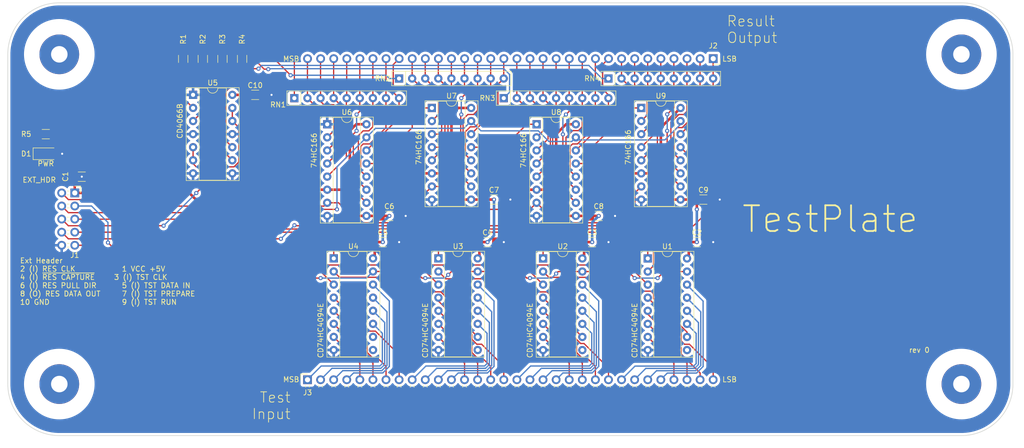
<source format=kicad_pcb>
(kicad_pcb (version 20211014) (generator pcbnew)
  (layers (0 "F.Cu" signal) (31 "B.Cu" power) (34 "B.Paste" user) (35 "F.Paste" user) (36 "B.SilkS" user "B.Silkscreen") (37 "F.SilkS" user "F.Silkscreen") (38 "B.Mask" user) (39 "F.Mask" user) (44 "Edge.Cuts" user))
  (net 0 "")
  (net 1 "VCC")
  (net 2 "GND")
  (net 3 "Net-(D1-Pad1)")
  (net 4 "/RESULT_CLOCK")
  (net 5 "/TEST_CLOCK")
  (net 6 "/~{RESULT_CAPTURE}")
  (net 7 "/TEST_IN")
  (net 8 "/RESULT_PULLDOWN")
  (net 9 "/TEST_PREPARE")
  (net 10 "/RESULT_OUT")
  (net 11 "/TEST_RUN")
  (net 12 "/Test Result Capture/RES0")
  (net 13 "/Test Result Capture/RES1")
  (net 14 "/Test Result Capture/RES2")
  (net 15 "/Test Result Capture/RES3")
  (net 16 "/Test Result Capture/RES4")
  (net 17 "/Test Result Capture/RES5")
  (net 18 "/Test Result Capture/RES6")
  (net 19 "/Test Result Capture/RES7")
  (net 20 "/Test Result Capture/RES8")
  (net 21 "/Test Result Capture/RES9")
  (net 22 "/Test Result Capture/RES10")
  (net 23 "/Test Result Capture/RES11")
  (net 24 "/Test Result Capture/RES12")
  (net 25 "/Test Result Capture/RES13")
  (net 26 "/Test Result Capture/RES14")
  (net 27 "/Test Result Capture/RES15")
  (net 28 "/Test Result Capture/RES16")
  (net 29 "/Test Result Capture/RES17")
  (net 30 "/Test Result Capture/RES18")
  (net 31 "/Test Result Capture/RES19")
  (net 32 "/Test Result Capture/RES20")
  (net 33 "/Test Result Capture/RES21")
  (net 34 "/Test Result Capture/RES22")
  (net 35 "/Test Result Capture/RES23")
  (net 36 "/Test Result Capture/RES24")
  (net 37 "/Test Result Capture/RES25")
  (net 38 "/Test Result Capture/RES26")
  (net 39 "/Test Result Capture/RES27")
  (net 40 "/Test Result Capture/RES28")
  (net 41 "/Test Result Capture/RES29")
  (net 42 "/Test Result Capture/RES30")
  (net 43 "/Test Result Capture/RES31")
  (net 44 "/Test Input/TST0")
  (net 45 "/Test Input/TST1")
  (net 46 "/Test Input/TST2")
  (net 47 "/Test Input/TST3")
  (net 48 "/Test Input/TST4")
  (net 49 "/Test Input/TST5")
  (net 50 "/Test Input/TST6")
  (net 51 "/Test Input/TST7")
  (net 52 "/Test Input/TST8")
  (net 53 "/Test Input/TST9")
  (net 54 "/Test Input/TST10")
  (net 55 "/Test Input/TST11")
  (net 56 "/Test Input/TST12")
  (net 57 "/Test Input/TST13")
  (net 58 "/Test Input/TST14")
  (net 59 "/Test Input/TST15")
  (net 60 "/Test Input/TST16")
  (net 61 "/Test Input/TST17")
  (net 62 "/Test Input/TST18")
  (net 63 "/Test Input/TST19")
  (net 64 "/Test Input/TST20")
  (net 65 "/Test Input/TST21")
  (net 66 "/Test Input/TST22")
  (net 67 "/Test Input/TST23")
  (net 68 "/Test Input/TST24")
  (net 69 "/Test Input/TST25")
  (net 70 "/Test Input/TST26")
  (net 71 "/Test Input/TST27")
  (net 72 "/Test Input/TST28")
  (net 73 "/Test Input/TST29")
  (net 74 "/Test Input/TST30")
  (net 75 "/Test Input/TST31")
  (net 76 "Net-(R1-Pad2)")
  (net 77 "Net-(R2-Pad2)")
  (net 78 "Net-(R3-Pad2)")
  (net 79 "Net-(R4-Pad2)")
  (net 85 "Net-(U6-Pad13)")
  (net 86 "Net-(U7-Pad13)")
  (net 87 "Net-(U8-Pad13)")
  (net 88 "/Test Input/TST_U1_OUT")
  (net 89 "/Test Input/TST_U2_OUT")
  (net 90 "/Test Input/TST_U3_OUT")
  (footprint "Connector_PinSocket_2.54mm:PinSocket_1x32_P2.54mm_Horizontal" (layer "F.Cu") (at 110.485 117.52 90)
    (fp_text reference "J3")
    (fp_text value "Test Input")
  )
  (footprint "Package_DIP:DIP-16_W7.62mm_Socket" (layer "F.Cu") (at 154.95 67.935)
    (fp_text reference "U8")
    (fp_text value "74HC166")
  )
  (footprint "Package_DIP:DIP-16_W7.62mm_Socket" (layer "F.Cu") (at 115.58 93.97)
    (fp_text reference "U4")
    (fp_text value "CD74HC4094E")
  )
  (footprint "Capacitor_SMD:C_1206_3216Metric_Pad1.33x1.80mm_HandSolder" (layer "F.Cu") (at 93.98 55.245 -90)
    (fp_text reference "R3")
    (fp_text value "100")
  )
  (footprint "Capacitor_SMD:C_1206_3216Metric_Pad1.33x1.80mm_HandSolder" (layer "F.Cu") (at 187.325 82.55)
    (fp_text reference "C9")
    (fp_text value "100n")
  )
  (footprint "Capacitor_SMD:C_1206_3216Metric_Pad1.33x1.80mm_HandSolder" (layer "F.Cu") (at 186.055 90.805)
    (fp_text reference "C2")
    (fp_text value "100n")
  )
  (footprint "Resistor_SMD:R_1206_3216Metric_Pad1.30x1.75mm_HandSolder" (layer "F.Cu") (at 59.69 69.85)
    (fp_text reference "R5")
    (fp_text value "300")
  )
  (footprint "Resistor_THT:R_Array_SIP9" (layer "F.Cu") (at 107.935 62.865)
    (fp_text reference "RN1")
    (fp_text value "4k7")
  )
  (footprint "Package_DIP:DIP-16_W7.62mm_Socket" (layer "F.Cu") (at 114.31 67.935)
    (fp_text reference "U6")
    (fp_text value "74HC166")
  )
  (footprint "Package_DIP:DIP-16_W7.62mm_Socket" (layer "F.Cu") (at 134.63 64.77)
    (fp_text reference "U7")
    (fp_text value "74HC166")
  )
  (footprint "Package_DIP:DIP-16_W7.62mm_Socket" (layer "F.Cu") (at 175.27 64.77)
    (fp_text reference "U9")
    (fp_text value "74HC166")
  )
  (footprint "Resistor_THT:R_Array_SIP9" (layer "F.Cu") (at 148.575 62.865)
    (fp_text reference "RN3")
    (fp_text value "4k7")
  )
  (footprint "CustomFootprintLibrary:Breadboard_Busx02_Terminalx01_Tiesx830_WithMounts" (layer "F.Cu") (at 149.86 86.36)
    (fp_text reference "BRD1" hide)
    (fp_text value "Breadboard")
    (fp_poly (pts (arc (start 87.55 42) (mid 94.621068 39.071068) (end 97.55 32)) (arc (start 97.55 -32) (mid 94.621068 -39.071068) (end 87.55 -42)) (arc (start -87.55 -42) (mid -94.621068 -39.071068) (end -97.55 -32)) (arc (start -97.55 32) (mid -94.621068 39.071068) (end -87.55 42))) (layer "Edge.Cuts") (width 0.12) (fill none))
  )
  (footprint "Capacitor_SMD:C_1206_3216Metric_Pad1.33x1.80mm_HandSolder" (layer "F.Cu") (at 97.79 55.245 -90)
    (fp_text reference "R4")
    (fp_text value "100")
  )
  (footprint "Package_DIP:DIP-16_W7.62mm_Socket" (layer "F.Cu") (at 176.53 93.98)
    (fp_text reference "U1")
    (fp_text value "CD74HC4094E")
  )
  (footprint "Capacitor_SMD:C_1206_3216Metric_Pad1.33x1.80mm_HandSolder" (layer "F.Cu") (at 90.17 55.245 -90)
    (fp_text reference "R2")
    (fp_text value "100")
  )
  (footprint "LED_SMD:LED_1206_3216Metric_Pad1.42x1.75mm_HandSolder" (layer "F.Cu") (at 59.69 73.66)
    (fp_text reference "D1")
    (fp_text value "PWR")
  )
  (footprint "Capacitor_SMD:C_1206_3216Metric_Pad1.33x1.80mm_HandSolder" (layer "F.Cu") (at 167.005 85.725)
    (fp_text reference "C8")
    (fp_text value "100n")
  )
  (footprint "Package_DIP:DIP-16_W7.62mm_Socket" (layer "F.Cu") (at 135.9 93.97)
    (fp_text reference "U3")
    (fp_text value "CD74HC4094E")
  )
  (footprint "Capacitor_SMD:C_1206_3216Metric_Pad1.33x1.80mm_HandSolder" (layer "F.Cu") (at 145.415 90.805)
    (fp_text reference "C4")
    (fp_text value "100n")
  )
  (footprint "Capacitor_SMD:C_1206_3216Metric_Pad1.33x1.80mm_HandSolder" (layer "F.Cu") (at 86.36 55.245 -90)
    (fp_text reference "R1")
    (fp_text value "100")
  )
  (footprint "Capacitor_SMD:C_1206_3216Metric_Pad1.33x1.80mm_HandSolder" (layer "F.Cu") (at 126.365 85.725)
    (fp_text reference "C6")
    (fp_text value "100n")
  )
  (footprint "Capacitor_SMD:C_1206_3216Metric_Pad1.33x1.80mm_HandSolder" (layer "F.Cu") (at 125.095 90.805)
    (fp_text reference "C5")
    (fp_text value "100n")
  )
  (footprint "Capacitor_SMD:C_1206_3216Metric_Pad1.33x1.80mm_HandSolder" (layer "F.Cu") (at 165.735 90.805)
    (fp_text reference "C3")
    (fp_text value "100n")
  )
  (footprint "Resistor_THT:R_Array_SIP9" (layer "F.Cu") (at 168.895 59.055)
    (fp_text reference "RN4")
    (fp_text value "4k7")
  )
  (footprint "Package_DIP:DIP-16_W7.62mm_Socket" (layer "F.Cu") (at 156.21 93.98)
    (fp_text reference "U2")
    (fp_text value "CD74HC4094E")
  )
  (footprint "Capacitor_SMD:C_1206_3216Metric_Pad1.33x1.80mm_HandSolder" (layer "F.Cu") (at 100.33 62.23)
    (fp_text reference "C10")
    (fp_text value "100n")
  )
  (footprint "Capacitor_SMD:C_1206_3216Metric_Pad1.33x1.80mm_HandSolder" (layer "F.Cu") (at 146.685 82.55)
    (fp_text reference "C7")
    (fp_text value "100n")
  )
  (footprint "Connector_PinSocket_2.54mm:PinSocket_1x32_P2.54mm_Horizontal" (layer "F.Cu") (at 189.235 55.2 -90)
    (fp_text reference "J2")
    (fp_text value "Test Result Capture")
  )
  (footprint "Capacitor_SMD:C_1206_3216Metric_Pad1.33x1.80mm_HandSolder" (layer "F.Cu") (at 66.675 78.105)
    (fp_text reference "C1")
    (fp_text value "1p")
  )
  (footprint "Resistor_THT:R_Array_SIP9" (layer "F.Cu") (at 128.255 59.055)
    (fp_text reference "RN2")
    (fp_text value "4k7")
  )
  (footprint "Package_DIP:DIP-14_W7.62mm_Socket" (layer "F.Cu") (at 88.275 62.225)
    (fp_text reference "U5")
    (fp_text value "CD4066B")
  )
  (footprint "Connector_PinSocket_2.54mm:PinSocket_2x05_P2.54mm_Horizontal" (layer "F.Cu") (at 65.315 81.26)
    (fp_text reference "J1")
    (fp_text value "EXT_HDR")
  )
  (gr_text "rev 0" (at 229.235 111.76) (layer "F.SilkS") (effects (font (size 1 1))))
  (gr_text "MSB\n" (at 107.315 117.475) (layer "F.SilkS") (effects (font (size 1 1))))
  (gr_text "Result\nOutput" (at 191.77 49.53) (layer "F.SilkS") (effects (font (size 2 2)) (justify left)))
  (gr_text "LSB\n" (at 192.405 117.475) (layer "F.SilkS") (effects (font (size 1 1))))
  (gr_text "Ext Header\n2 (I) RES CLK		1 VCC +5V\n4 (I) ~{RES CAPTURE}	3 (I) TST CLK\n6 (I) RES PULL DIR	5 (I) TST DATA IN\n8 (O) RES DATA OUT	7 (I) TST PREPARE\n10 GND				9 (I) TST RUN\n" (at 54.61 98.425) (layer "F.SilkS") (effects (font (size 1 1)) (justify left)))
  (gr_text "MSB\n" (at 107.315 55.245) (layer "F.SilkS") (effects (font (size 1 1))))
  (gr_text "LSB\n" (at 192.405 55.245) (layer "F.SilkS") (effects (font (size 1 1))))
  (gr_text "TestPlate" (at 194.564 86.36) (layer "F.SilkS") (effects (font (size 5 5) (thickness 0.35)) (justify left)))
  (gr_text "Test\nInput" (at 107.315 122.555) (layer "F.SilkS") (effects (font (size 2 2)) (justify right)))
  (segment (start 119.951497 67.935) (end 118.705 69.181497) (width 0.5) (layer "F.Cu") (net 1))
  (segment (start 164.1725 93.6375) (end 163.83 93.98) (width 0.5) (layer "F.Cu") (net 1))
  (segment (start 138.43 79.375) (end 138.43 81.28) (width 0.5) (layer "F.Cu") (net 1))
  (segment (start 145.1225 82.55) (end 142.25 82.55) (width 0.5) (layer "F.Cu") (net 1))
  (segment (start 121.93 67.935) (end 119.951497 67.935) (width 0.5) (layer "F.Cu") (net 1))
  (segment (start 175.27 77.47) (end 176.53 77.47) (width 0.5) (layer "F.Cu") (net 1))
  (segment (start 146.685 82.55) (end 145.1225 82.55) (width 0.5) (layer "F.Cu") (net 1))
  (segment (start 146.06 80.635) (end 145.1225 81.5725) (width 0.5) (layer "F.Cu") (net 1))
  (segment (start 184.4925 93.6375) (end 184.15 93.98) (width 0.5) (layer "F.Cu") (net 1))
  (segment (start 118.705 69.181497) (end 118.705 81.955) (width 0.5) (layer "F.Cu") (net 1))
  (segment (start 176.53 77.47) (end 179.07 74.93) (width 0.5) (layer "F.Cu") (net 1))
  (segment (start 121.94 85.725) (end 121.93 85.715) (width 0.5) (layer "F.Cu") (net 1))
  (segment (start 158.75 69.85) (end 158.75 78.105) (width 0.5) (layer "F.Cu") (net 1))
  (segment (start 70.1675 67.6275) (end 84.1125 53.6825) (width 0.5) (layer "F.Cu") (net 1))
  (segment (start 61.24 69.85) (end 67.945 69.85) (width 0.5) (layer "F.Cu") (net 1))
  (segment (start 160.02 85.725) (end 160.03 85.715) (width 0.5) (layer "F.Cu") (net 1))
  (segment (start 65.1125 72.6825) (end 70.1675 67.6275) (width 0.5) (layer "F.Cu") (net 1))
  (segment (start 145.1225 81.5725) (end 145.1225 82.55) (width 0.5) (layer "F.Cu") (net 1))
  (segment (start 97.155 82.55) (end 109.855 82.55) (width 0.5) (layer "F.Cu") (net 1))
  (segment (start 124.8025 84.1125) (end 124.8025 85.725) (width 0.5) (layer "F.Cu") (net 1))
  (segment (start 84.1125 53.6825) (end 86.36 53.6825) (width 0.5) (layer "F.Cu") (net 1))
  (segment (start 179.07 74.93) (end 179.07 81.27) (width 0.5) (layer "F.Cu") (net 1))
  (segment (start 65.315 81.26) (end 87.536497 81.26) (width 0.5) (layer "F.Cu") (net 1))
  (segment (start 120.025 85.715) (end 121.93 85.715) (width 0.5) (layer "F.Cu") (net 1))
  (segment (start 95.9 62.23) (end 95.895 62.225) (width 0.5) (layer "F.Cu") (net 1))
  (segment (start 167.005 85.725) (end 165.4425 85.725) (width 0.5) (layer "F.Cu") (net 1))
  (segment (start 117.385 80.635) (end 118.705 81.955) (width 0.5) (layer "F.Cu") (net 1))
  (segment (start 93.98 53.6825) (end 90.17 53.6825) (width 0.5) (layer "F.Cu") (net 1))
  (segment (start 143.8525 90.805) (end 143.8525 93.6375) (width 0.5) (layer "F.Cu") (net 1))
  (segment (start 126.365 85.725) (end 124.8025 85.725) (width 0.5) (layer "F.Cu") (net 1))
  (segment (start 182.89 64.77) (end 182.88 64.77) (width 0.5) (layer "F.Cu") (net 1))
  (segment (start 124.8025 85.725) (end 121.94 85.725) (width 0.5) (layer "F.Cu") (net 1))
  (segment (start 118.705 81.955) (end 118.705 84.415) (width 0.5) (layer "F.Cu") (net 1))
  (segment (start 123.5325 93.6375) (end 123.2 93.97) (width 0.5) (layer "F.Cu") (net 1))
  (segment (start 139.7 82.55) (end 142.25 82.55) (width 0.5) (layer "F.Cu") (net 1))
  (segment (start 98.7675 80.9375) (end 97.155 82.55) (width 0.5) (layer "F.Cu") (net 1))
  (segment (start 134.63 77.47) (end 136.525 77.47) (width 0.5) (layer "F.Cu") (net 1))
  (segment (start 114.31 80.635) (end 117.385 80.635) (width 0.5) (layer "F.Cu") (net 1))
  (segment (start 138.43 66.04) (end 138.43 79.375) (width 0.5) (layer "F.Cu") (net 1))
  (segment (start 65.1125 78.105) (end 65.405 78.105) (width 0.5) (layer "F.Cu") (net 1))
  (segment (start 165.4425 84.1125) (end 165.4425 85.725) (width 0.5) (layer "F.Cu") (net 1))
  (segment (start 123.5325 90.805) (end 125.095 90.805) (width 0.5) (layer "F.Cu") (net 1))
  (segment (start 65.315 78.3075) (end 65.1125 78.105) (width 0.5) (layer "F.Cu") (net 1))
  (segment (start 162.58 85.725) (end 162.57 85.715) (width 0.5) (layer "F.Cu") (net 1))
  (segment (start 109.855 82.55) (end 111.77 80.635) (width 0.5) (layer "F.Cu") (net 1))
  (segment (start 162.57 67.935) (end 160.665 67.935) (width 0.5) (layer "F.Cu") (net 1))
  (segment (start 111.77 80.635) (end 114.31 80.635) (width 0.5) (layer "F.Cu") (net 1))
  (segment (start 136.525 77.47) (end 138.43 79.375) (width 0.5) (layer "F.Cu") (net 1))
  (segment (start 184.4925 90.805) (end 186.055 90.805) (width 0.5) (layer "F.Cu") (net 1))
  (segment (start 179.07 81.27) (end 180.35 82.55) (width 0.5) (layer "F.Cu") (net 1))
  (segment (start 179.07 68.58) (end 179.07 74.93) (width 0.5) (layer "F.Cu") (net 1))
  (segment (start 184.4925 90.805) (end 184.4925 93.6375) (width 0.5) (layer "F.Cu") (net 1))
  (segment (start 164.1725 90.805) (end 164.1725 93.6375) (width 0.5) (layer "F.Cu") (net 1))
  (segment (start 164.1725 90.805) (end 165.735 90.805) (width 0.5) (layer "F.Cu") (net 1))
  (segment (start 154.95 80.635) (end 146.06 80.635) (width 0.5) (layer "F.Cu") (net 1))
  (segment (start 142.25 64.77) (end 139.7 64.77) (width 0.5) (layer "F.Cu") (net 1))
  (segment (start 186.055 82.8425) (end 185.7625 82.55) (width 0.5) (layer "F.Cu") (net 1))
  (segment (start 154.95 80.635) (end 156.22 80.635) (width 0.5) (layer "F.Cu") (net 1))
  (segment (start 186.055 84.455) (end 186.055 82.8425) (width 0.5) (layer "F.Cu") (net 1))
  (segment (start 90.17 53.6825) (end 86.36 53.6825) (width 0.5) (layer "F.Cu") (net 1))
  (segment (start 160.665 67.935) (end 158.75 69.85) (width 0.5) (layer "F.Cu") (net 1))
  (segment (start 134.63 77.47) (end 131.445 77.47) (width 0.5) (layer "F.Cu") (net 1))
  (segment (start 65.315 81.26) (end 65.315 78.3075) (width 0.5) (layer "F.Cu") (net 1))
  (segment (start 97.79 53.6825) (end 93.98 53.6825) (width 0.5) (layer "F.Cu") (net 1))
  (segment (start 160.03 85.715) (end 162.57 85.715) (width 0.5) (layer "F.Cu") (net 1))
  (segment (start 65.1125 78.105) (end 65.1125 72.6825) (width 0.5) (layer "F.Cu") (net 1))
  (segment (start 158.75 84.455) (end 160.02 85.725) (width 0.5) (layer "F.Cu") (net 1))
  (segment (start 182.89 82.55) (end 185.7625 82.55) (width 0.5) (layer "F.Cu") (net 1))
  (segment (start 88.826497 82.55) (end 97.155 82.55) (width 0.5) (layer "F.Cu") (net 1))
  (segment (start 98.7675 62.23) (end 95.9 62.23) (width 0.5) (layer "F.Cu") (net 1))
  (segment (start 165.4425 85.725) (end 162.58 85.725) (width 0.5) (layer "F.Cu") (net 1))
  (segment (start 158.75 78.105) (end 158.75 84.455) (width 0.5) (layer "F.Cu") (net 1))
  (segment (start 182.88 64.77) (end 179.07 68.58) (width 0.5) (layer "F.Cu") (net 1))
  (segment (start 120.015 85.725) (end 120.025 85.715) (width 0.5) (layer "F.Cu") (net 1))
  (segment (start 118.705 84.415) (end 120.015 85.725) (width 0.5) (layer "F.Cu") (net 1))
  (segment (start 143.8525 93.6375) (end 143.52 93.97) (width 0.5) (layer "F.Cu") (net 1))
  (segment (start 143.8525 90.805) (end 145.415 90.805) (width 0.5) (layer "F.Cu") (net 1))
  (segment (start 138.43 81.28) (end 139.7 82.55) (width 0.5) (layer "F.Cu") (net 1))
  (segment (start 123.5325 90.805) (end 123.5325 93.6375) (width 0.5) (layer "F.Cu") (net 1))
  (segment (start 139.7 64.77) (end 138.43 66.04) (width 0.5) (layer "F.Cu") (net 1))
  (segment (start 172.085 77.47) (end 165.4425 84.1125) (width 0.5) (layer "F.Cu") (net 1))
  (segment (start 131.445 77.47) (end 124.8025 84.1125) (width 0.5) (layer "F.Cu") (net 1))
  (segment (start 156.22 80.635) (end 158.75 78.105) (width 0.5) (layer "F.Cu") (net 1))
  (segment (start 175.27 77.47) (end 172.085 77.47) (width 0.5) (layer "F.Cu") (net 1))
  (segment (start 67.945 69.85) (end 70.1675 67.6275) (width 0.5) (layer "F.Cu") (net 1))
  (segment (start 98.7675 62.23) (end 98.7675 80.9375) (width 0.5) (layer "F.Cu") (net 1))
  (segment (start 180.35 82.55) (end 182.89 82.55) (width 0.5) (layer "F.Cu") (net 1))
  (segment (start 87.536497 81.26) (end 88.826497 82.55) (width 0.5) (layer "F.Cu") (net 1))
  (via (at 146.685 82.55) (size 0.8) (drill 0.4) (layers "F.Cu" "B.Cu") (net 1))
  (via (at 165.735 90.805) (size 0.8) (drill 0.4) (layers "F.Cu" "B.Cu") (net 1))
  (via (at 126.365 85.725) (size 0.8) (drill 0.4) (layers "F.Cu" "B.Cu") (net 1))
  (via (at 186.055 84.455) (size 0.8) (drill 0.4) (layers "F.Cu" "B.Cu") (net 1))
  (via (at 125.095 90.805) (size 0.8) (drill 0.4) (layers "F.Cu" "B.Cu") (net 1))
  (via (at 145.415 90.805) (size 0.8) (drill 0.4) (layers "F.Cu" "B.Cu") (net 1))
  (via (at 186.055 90.805) (size 0.8) (drill 0.4) (layers "F.Cu" "B.Cu") (net 1))
  (via (at 167.005 85.725) (size 0.8) (drill 0.4) (layers "F.Cu" "B.Cu") (net 1))
  (segment (start 186.055 90.805) (end 186.055 84.455) (width 0.5) (layer "B.Cu") (net 1))
  (segment (start 125.095 86.995) (end 126.365 85.725) (width 0.5) (layer "B.Cu") (net 1))
  (segment (start 165.735 86.995) (end 167.005 85.725) (width 0.5) (layer "B.Cu") (net 1))
  (segment (start 125.095 90.805) (end 125.095 86.995) (width 0.5) (layer "B.Cu") (net 1))
  (segment (start 145.415 90.805) (end 146.685 89.535) (width 0.5) (layer "B.Cu") (net 1))
  (segment (start 146.685 89.535) (end 146.685 82.55) (width 0.5) (layer "B.Cu") (net 1))
  (segment (start 165.735 90.805) (end 165.735 86.995) (width 0.5) (layer "B.Cu") (net 1))
  (segment (start 126.6575 90.805) (end 128.27 90.805) (width 0.5) (layer "F.Cu") (net 2))
  (segment (start 168.5675 85.725) (end 170.18 85.725) (width 0.5) (layer "F.Cu") (net 2))
  (segment (start 61.1775 73.66) (end 62.865 73.66) (width 0.5) (layer "F.Cu") (net 2))
  (segment (start 68.2375 78.105) (end 66.675 78.105) (width 0.5) (layer "F.Cu") (net 2))
  (segment (start 187.6175 90.805) (end 189.23 90.805) (width 0.5) (layer "F.Cu") (net 2))
  (segment (start 148.2475 82.55) (end 149.86 82.55) (width 0.5) (layer "F.Cu") (net 2))
  (segment (start 127.9275 85.725) (end 129.54 85.725) (width 0.5) (layer "F.Cu") (net 2))
  (segment (start 167.2975 90.805) (end 168.91 90.805) (width 0.5) (layer "F.Cu") (net 2))
  (segment (start 188.8875 82.55) (end 190.5 82.55) (width 0.5) (layer "F.Cu") (net 2))
  (segment (start 101.8925 62.23) (end 103.505 62.23) (width 0.5) (layer "F.Cu") (net 2))
  (segment (start 146.9775 90.805) (end 148.59 90.805) (width 0.5) (layer "F.Cu") (net 2))
  (via (at 62.865 73.66) (size 0.8) (drill 0.4) (layers "F.Cu" "B.Cu") (net 2))
  (via (at 168.91 90.805) (size 0.8) (drill 0.4) (layers "F.Cu" "B.Cu") (net 2))
  (via (at 190.5 82.55) (size 0.8) (drill 0.4) (layers "F.Cu" "B.Cu") (net 2))
  (via (at 149.86 82.55) (size 0.8) (drill 0.4) (layers "F.Cu" "B.Cu") (net 2))
  (via (at 170.18 85.725) (size 0.8) (drill 0.4) (layers "F.Cu" "B.Cu") (net 2))
  (via (at 66.675 78.105) (size 0.8) (drill 0.4) (layers "F.Cu" "B.Cu") (net 2))
  (via (at 148.59 90.805) (size 0.8) (drill 0.4) (layers "F.Cu" "B.Cu") (net 2))
  (via (at 128.27 90.805) (size 0.8) (drill 0.4) (layers "F.Cu" "B.Cu") (net 2))
  (via (at 189.23 90.805) (size 0.8) (drill 0.4) (layers "F.Cu" "B.Cu") (net 2))
  (via (at 129.54 85.725) (size 0.8) (drill 0.4) (layers "F.Cu" "B.Cu") (net 2))
  (via (at 103.505 62.23) (size 0.8) (drill 0.4) (layers "F.Cu" "B.Cu") (net 2))
  (segment (start 58.14 73.5975) (end 58.2025 73.66) (width 0.25) (layer "F.Cu") (net 3))
  (segment (start 58.14 69.85) (end 58.14 73.5975) (width 0.25) (layer "F.Cu") (net 3))
  (segment (start 116.510406 83.175) (end 119.735406 86.4) (width 0.25) (layer "F.Cu") (net 4))
  (segment (start 121.29 87.05) (end 129.381726 87.05) (width 0.25) (layer "F.Cu") (net 4))
  (segment (start 119.735406 86.4) (end 120.64 86.4) (width 0.25) (layer "F.Cu") (net 4))
  (segment (start 134.63 80.01) (end 135.89 80.01) (width 0.25) (layer "F.Cu") (net 4))
  (segment (start 120.64 86.4) (end 121.29 87.05) (width 0.25) (layer "F.Cu") (net 4))
  (segment (start 130.123363 86.308363) (end 130.365 86.066727) (width 0.25) (layer "F.Cu") (net 4))
  (segment (start 130.365 84.275) (end 134.63 80.01) (width 0.25) (layer "F.Cu") (net 4))
  (segment (start 64.065 82.55) (end 69.215 82.55) (width 0.25) (layer "F.Cu") (net 4))
  (segment (start 154.95 83.175) (end 158.825 87.05) (width 0.25) (layer "F.Cu") (net 4))
  (segment (start 158.825 87.05) (end 170.125 87.05) (width 0.25) (layer "F.Cu") (net 4))
  (segment (start 62.775 81.26) (end 64.065 82.55) (width 0.25) (layer "F.Cu") (net 4))
  (segment (start 70.485 83.82) (end 113.665 83.82) (width 0.25) (layer "F.Cu") (net 4))
  (segment (start 129.381727 87.05) (end 130.123363 86.308363) (width 0.25) (layer "F.Cu") (net 4))
  (segment (start 113.665 83.82) (end 114.31 83.175) (width 0.25) (layer "F.Cu") (net 4))
  (segment (start 130.365 86.066727) (end 130.365 84.275) (width 0.25) (layer "F.Cu") (net 4))
  (segment (start 114.31 83.175) (end 116.510406 83.175) (width 0.25) (layer "F.Cu") (net 4))
  (segment (start 135.89 80.01) (end 140.335 84.455) (width 0.25) (layer "F.Cu") (net 4))
  (segment (start 69.215 82.55) (end 70.485 83.82) (width 0.25) (layer "F.Cu") (net 4))
  (segment (start 140.335 84.455) (end 153.67 84.455) (width 0.25) (layer "F.Cu") (net 4))
  (segment (start 129.381726 87.05) (end 130.123363 86.308363) (width 0.25) (layer "F.Cu") (net 4))
  (segment (start 174.045 81.235) (end 175.27 80.01) (width 0.25) (layer "F.Cu") (net 4))
  (segment (start 170.125 87.05) (end 174.045 83.13) (width 0.25) (layer "F.Cu") (net 4))
  (segment (start 153.67 84.455) (end 154.95 83.175) (width 0.25) (layer "F.Cu") (net 4))
  (segment (start 174.045 83.13) (end 174.045 81.235) (width 0.25) (layer "F.Cu") (net 4))
  (segment (start 106.045 95.25) (end 76.1105 95.25) (width 0.25) (layer "F.Cu") (net 5))
  (segment (start 115.58 99.05) (end 111.78 95.25) (width 0.25) (layer "F.Cu") (net 5))
  (segment (start 76.1105 95.25) (end 71.755 90.8945) (width 0.25) (layer "F.Cu") (net 5))
  (segment (start 111.78 95.25) (end 111.125 95.25) (width 0.25) (layer "F.Cu") (net 5))
  (segment (start 135.9 99.05) (end 132.1 95.25) (width 0.25) (layer "F.Cu") (net 5))
  (segment (start 132.1 95.25) (end 131.445 95.25) (width 0.25) (layer "F.Cu") (net 5))
  (segment (start 156.21 99.06) (end 152.4 95.25) (width 0.25) (layer "F.Cu") (net 5))
  (segment (start 152.4 95.25) (end 131.445 95.25) (width 0.25) (layer "F.Cu") (net 5))
  (segment (start 176.53 99.06) (end 172.72 95.25) (width 0.25) (layer "F.Cu") (net 5))
  (segment (start 172.72 95.25) (end 152.4 95.25) (width 0.25) (layer "F.Cu") (net 5))
  (segment (start 106.045 95.25) (end 131.445 95.25) (width 0.25) (layer "F.Cu") (net 5))
  (via (at 71.755 90.8945) (size 0.8) (drill 0.4) (layers "F.Cu" "B.Cu") (net 5))
  (segment (start 71.755 90.8945) (end 71.755 86.995) (width 0.25) (layer "B.Cu") (net 5))
  (segment (start 71.755 86.995) (end 68.56 83.8) (width 0.25) (layer "B.Cu") (net 5))
  (segment (start 68.56 83.8) (end 65.315 83.8) (width 0.25) (layer "B.Cu") (net 5))
  (segment (start 113.03 84.455) (end 112.395 85.09) (width 0.25) (layer "F.Cu") (net 6))
  (segment (start 112.395 85.09) (end 64.065 85.09) (width 0.25) (layer "F.Cu") (net 6))
  (segment (start 116.205 84.455) (end 113.03 84.455) (width 0.25) (layer "F.Cu") (net 6))
  (segment (start 64.065 85.09) (end 62.775 83.8) (width 0.25) (layer "F.Cu") (net 6))
  (via (at 116.205 84.455) (size 0.8) (drill 0.4) (layers "F.Cu" "B.Cu") (net 6))
  (segment (start 179.85 70.975) (end 163.07 70.975) (width 0.25) (layer "B.Cu") (net 6))
  (segment (start 142.25 67.31) (end 140.835 68.725) (width 0.25) (layer "B.Cu") (net 6))
  (segment (start 162.57 70.475) (end 161.770001 71.274999) (width 0.25) (layer "B.Cu") (net 6))
  (segment (start 123.68 68.725) (end 121.93 70.475) (width 0.25) (layer "B.Cu") (net 6))
  (segment (start 155.280991 69.215) (end 144.155 69.215) (width 0.25) (layer "B.Cu") (net 6))
  (segment (start 182.89 67.935) (end 179.85 70.975) (width 0.25) (layer "B.Cu") (net 6))
  (segment (start 144.155 69.215) (end 142.25 67.31) (width 0.25) (layer "B.Cu") (net 6))
  (segment (start 140.835 68.725) (end 123.68 68.725) (width 0.25) (layer "B.Cu") (net 6))
  (segment (start 182.89 67.31) (end 182.89 67.935) (width 0.25) (layer "B.Cu") (net 6))
  (segment (start 157.34099 71.274999) (end 155.280991 69.215) (width 0.25) (layer "B.Cu") (net 6))
  (segment (start 163.07 70.975) (end 162.57 70.475) (width 0.25) (layer "B.Cu") (net 6))
  (segment (start 161.770001 71.274999) (end 157.34099 71.274999) (width 0.25) (layer "B.Cu") (net 6))
  (segment (start 116.205 76.2) (end 116.205 84.455) (width 0.25) (layer "B.Cu") (net 6))
  (segment (start 121.93 70.475) (end 116.205 76.2) (width 0.25) (layer "B.Cu") (net 6))
  (segment (start 65.315 86.34) (end 65.385 86.34) (width 0.25) (layer "F.Cu") (net 7))
  (segment (start 65.385 86.34) (end 65.405 86.36) (width 0.25) (layer "F.Cu") (net 7))
  (segment (start 99.06 86.36) (end 100.965 88.265) (width 0.25) (layer "F.Cu") (net 7))
  (segment (start 65.405 86.36) (end 99.06 86.36) (width 0.25) (layer "F.Cu") (net 7))
  (segment (start 177.655 95.395) (end 176.53 96.52) (width 0.25) (layer "F.Cu") (net 7))
  (segment (start 100.965 88.265) (end 174.625 88.265) (width 0.25) (layer "F.Cu") (net 7))
  (segment (start 174.625 88.265) (end 177.655 91.295) (width 0.25) (layer "F.Cu") (net 7))
  (segment (start 177.655 91.295) (end 177.655 95.395) (width 0.25) (layer "F.Cu") (net 7))
  (segment (start 97.155 75.255991) (end 97.155 69.215) (width 0.25) (layer "F.Cu") (net 8))
  (segment (start 89.5 80.68) (end 89.5 78.14) (width 0.25) (layer "F.Cu") (net 8))
  (segment (start 82.55 87.63) (end 64.065 87.63) (width 0.25) (layer "F.Cu") (net 8))
  (segment (start 88.275 74.925) (end 88.275 75.575) (width 0.25) (layer "F.Cu") (net 8))
  (segment (start 89.5 78.14) (end 91.44 76.2) (width 0.25) (layer "F.Cu") (net 8))
  (segment (start 88.9 76.2) (end 91.44 76.2) (width 0.25) (layer "F.Cu") (net 8))
  (segment (start 91.44 76.2) (end 96.210991 76.2) (width 0.25) (layer "F.Cu") (net 8))
  (segment (start 95.895 67.305) (end 95.895 64.765) (width 0.25) (layer "F.Cu") (net 8))
  (segment (start 95.895 67.305) (end 97.155 68.565) (width 0.25) (layer "F.Cu") (net 8))
  (segment (start 97.155 68.565) (end 97.155 69.215) (width 0.25) (layer "F.Cu") (net 8))
  (segment (start 88.9 81.28) (end 89.5 80.68) (width 0.25) (layer "F.Cu") (net 8))
  (segment (start 88.275 75.575) (end 88.9 76.2) (width 0.25) (layer "F.Cu") (net 8))
  (segment (start 96.210991 76.2) (end 97.155 75.255991) (width 0.25) (layer "F.Cu") (net 8))
  (segment (start 88.275 72.385) (end 88.275 74.925) (width 0.25) (layer "F.Cu") (net 8))
  (segment (start 64.065 87.63) (end 62.775 86.34) (width 0.25) (layer "F.Cu") (net 8))
  (via (at 82.55 87.63) (size 0.8) (drill 0.4) (layers "F.Cu" "B.Cu") (net 8))
  (via (at 88.9 81.28) (size 0.8) (drill 0.4) (layers "F.Cu" "B.Cu") (net 8))
  (segment (start 82.55 87.63) (end 88.9 81.28) (width 0.25) (layer "B.Cu") (net 8))
  (segment (start 114.915 88.88) (end 65.315 88.88) (width 0.25) (layer "F.Cu") (net 9))
  (segment (start 156.21 89.495) (end 155.595 88.88) (width 0.25) (layer "F.Cu") (net 9))
  (segment (start 115.58 89.545) (end 114.915 88.88) (width 0.25) (layer "F.Cu") (net 9))
  (segment (start 115.58 93.97) (end 115.58 89.545) (width 0.25) (layer "F.Cu") (net 9))
  (segment (start 176.53 93.98) (end 176.53 91.44) (width 0.25) (layer "F.Cu") (net 9))
  (segment (start 176.53 91.44) (end 173.97 88.88) (width 0.25) (layer "F.Cu") (net 9))
  (segment (start 135.9 89.505) (end 135.275 88.88) (width 0.25) (layer "F.Cu") (net 9))
  (segment (start 155.595 88.88) (end 135.275 88.88) (width 0.25) (layer "F.Cu") (net 9))
  (segment (start 156.21 93.98) (end 156.21 89.495) (width 0.25) (layer "F.Cu") (net 9))
  (segment (start 173.97 88.88) (end 155.595 88.88) (width 0.25) (layer "F.Cu") (net 9))
  (segment (start 135.9 93.97) (end 135.9 89.505) (width 0.25) (layer "F.Cu") (net 9))
  (segment (start 135.275 88.88) (end 114.915 88.88) (width 0.25) (layer "F.Cu") (net 9))
  (segment (start 64.065 90.17) (end 62.775 88.88) (width 0.25) (layer "F.Cu") (net 10))
  (segment (start 187.325 76.825) (end 187.325 85.725) (width 0.25) (layer "F.Cu") (net 10))
  (segment (start 108.0395 87.63) (end 107.95 87.5405) (width 0.25) (layer "F.Cu") (net 10))
  (segment (start 182.89 72.39) (end 187.325 76.825) (width 0.25) (layer "F.Cu") (net 10))
  (segment (start 187.325 85.725) (end 185.42 87.63) (width 0.25) (layer "F.Cu") (net 10))
  (segment (start 185.42 87.63) (end 108.0395 87.63) (width 0.25) (layer "F.Cu") (net 10))
  (segment (start 105.3205 90.17) (end 64.065 90.17) (width 0.25) (layer "F.Cu") (net 10))
  (via (at 107.95 87.5405) (size 0.8) (drill 0.4) (layers "F.Cu" "B.Cu") (net 10))
  (via (at 105.3205 90.17) (size 0.8) (drill 0.4) (layers "F.Cu" "B.Cu") (net 10))
  (segment (start 105.3205 90.17) (end 107.95 87.5405) (width 0.25) (layer "B.Cu") (net 10))
  (segment (start 131.435 96.51) (end 132.715 97.79) (width 0.25) (layer "F.Cu") (net 11))
  (segment (start 113.03 97.79) (end 74.93 97.79) (width 0.25) (layer "F.Cu") (net 11))
  (segment (start 172.72 96.52) (end 173.99 97.79) (width 0.25) (layer "F.Cu") (net 11))
  (segment (start 137.795 97.155) (end 138.44 96.51) (width 0.25) (layer "F.Cu") (net 11))
  (segment (start 123.2 96.51) (end 131.435 96.51) (width 0.25) (layer "F.Cu") (net 11))
  (segment (start 143.52 96.51) (end 151.755 96.51) (width 0.25) (layer "F.Cu") (net 11))
  (segment (start 159.1505 96.52) (end 163.83 96.52) (width 0.25) (layer "F.Cu") (net 11))
  (segment (start 178.435 97.79) (end 179.705 96.52) (width 0.25) (layer "F.Cu") (net 11))
  (segment (start 153.035 97.79) (end 153.67 97.79) (width 0.25) (layer "F.Cu") (net 11))
  (segment (start 152.4 97.155) (end 153.035 97.79) (width 0.25) (layer "F.Cu") (net 11))
  (segment (start 179.705 96.52) (end 184.15 96.52) (width 0.25) (layer "F.Cu") (net 11))
  (segment (start 158.75 96.9205) (end 159.1505 96.52) (width 0.25) (layer "F.Cu") (net 11))
  (segment (start 138.44 96.51) (end 143.52 96.51) (width 0.25) (layer "F.Cu") (net 11))
  (segment (start 151.755 96.51) (end 152.4 97.155) (width 0.25) (layer "F.Cu") (net 11))
  (segment (start 74.93 97.79) (end 68.56 91.42) (width 0.25) (layer "F.Cu") (net 11))
  (segment (start 132.715 97.79) (end 133.35 97.79) (width 0.25) (layer "F.Cu") (net 11))
  (segment (start 163.83 96.52) (end 172.72 96.52) (width 0.25) (layer "F.Cu") (net 11))
  (segment (start 68.56 91.42) (end 65.315 91.42) (width 0.25) (layer "F.Cu") (net 11))
  (via (at 173.99 97.79) (size 0.8) (drill 0.4) (layers "F.Cu" "B.Cu") (net 11))
  (via (at 158.75 96.9205) (size 0.8) (drill 0.4) (layers "F.Cu" "B.Cu") (net 11))
  (via (at 133.35 97.79) (size 0.8) (drill 0.4) (layers "F.Cu" "B.Cu") (net 11))
  (via (at 113.03 97.79) (size 0.8) (drill 0.4) (layers "F.Cu" "B.Cu") (net 11))
  (via (at 178.435 97.79) (size 0.8) (drill 0.4) (layers "F.Cu" "B.Cu") (net 11))
  (via (at 153.67 97.79) (size 0.8) (drill 0.4) (layers "F.Cu" "B.Cu") (net 11))
  (via (at 137.795 97.155) (size 0.8) (drill 0.4) (layers "F.Cu" "B.Cu") (net 11))
  (segment (start 137.16 97.79) (end 137.795 97.155) (width 0.25) (layer "B.Cu") (net 11))
  (segment (start 121.92 97.79) (end 113.03 97.79) (width 0.25) (layer "B.Cu") (net 11))
  (segment (start 123.2 96.51) (end 121.92 97.79) (width 0.25) (layer "B.Cu") (net 11))
  (segment (start 133.35 97.79) (end 137.16 97.79) (width 0.25) (layer "B.Cu") (net 11))
  (segment (start 153.67 97.79) (end 157.8805 97.79) (width 0.25) (layer "B.Cu") (net 11))
  (segment (start 173.99 97.79) (end 178.435 97.79) (width 0.25) (layer "B.Cu") (net 11))
  (segment (start 157.8805 97.79) (end 158.75 96.9205) (width 0.25) (layer "B.Cu") (net 11))
  (segment (start 189.215 59.055) (end 189.215 55.22) (width 0.25) (layer "F.Cu") (net 12))
  (segment (start 189.215 62.85) (end 189.215 59.055) (width 0.25) (layer "F.Cu") (net 12))
  (segment (start 189.215 55.22) (end 189.235 55.2) (width 0.25) (layer "F.Cu") (net 12))
  (segment (start 189.23 62.865) (end 189.215 62.85) (width 0.25) (layer "F.Cu") (net 12))
  (segment (start 182.89 69.85) (end 189.23 63.51) (width 0.25) (layer "F.Cu") (net 12))
  (segment (start 189.23 63.51) (end 189.23 62.865) (width 0.25) (layer "F.Cu") (net 12))
  (segment (start 181.61 73.65) (end 181.61 69.215) (width 0.25) (layer "F.Cu") (net 13))
  (segment (start 186.675 59.055) (end 186.675 55.22) (width 0.25) (layer "F.Cu") (net 13))
  (segment (start 181.61 69.215) (end 182.245 68.58) (width 0.25) (layer "F.Cu") (net 13))
  (segment (start 182.89 74.93) (end 181.61 73.65) (width 0.25) (layer "F.Cu") (net 13))
  (segment (start 186.675 65.115991) (end 186.675 59.055) (width 0.25) (layer "F.Cu") (net 13))
  (segment (start 183.210991 68.58) (end 186.675 65.115991) (width 0.25) (layer "F.Cu") (net 13))
  (segment (start 186.675 55.22) (end 186.695 55.2) (width 0.25) (layer "F.Cu") (net 13))
  (segment (start 182.245 68.58) (end 183.210991 68.58) (width 0.25) (layer "F.Cu") (net 13))
  (segment (start 182.564594 66.04) (end 183.515 66.04) (width 0.25) (layer "F.Cu") (net 14))
  (segment (start 184.135 65.42) (end 184.135 59.055) (width 0.25) (layer "F.Cu") (net 14))
  (segment (start 181.015 67.589594) (end 182.564594 66.04) (width 0.25) (layer "F.Cu") (net 14))
  (segment (start 181.015 75.595) (end 181.015 67.589594) (width 0.25) (layer "F.Cu") (net 14))
  (segment (start 184.135 55.22) (end 184.155 55.2) (width 0.25) (layer "F.Cu") (net 14))
  (segment (start 184.135 59.055) (end 184.135 55.22) (width 0.25) (layer "F.Cu") (net 14))
  (segment (start 182.89 77.47) (end 181.015 75.595) (width 0.25) (layer "F.Cu") (net 14))
  (segment (start 183.515 66.04) (end 184.135 65.42) (width 0.25) (layer "F.Cu") (net 14))
  (segment (start 182.89 80.01) (end 180.2905 77.4105) (width 0.25) (layer "F.Cu") (net 15))
  (segment (start 180.303602 66.003602) (end 181.595 64.712204) (width 0.25) (layer "F.Cu") (net 15))
  (segment (start 181.595 59.055) (end 181.595 55.22) (width 0.25) (layer "F.Cu") (net 15))
  (segment (start 180.2905 77.4105) (end 180.2905 69.215) (width 0.25) (layer "F.Cu") (net 15))
  (segment (start 181.595 64.712204) (end 181.595 59.055) (width 0.25) (layer "F.Cu") (net 15))
  (segment (start 181.595 55.22) (end 181.615 55.2) (width 0.25) (layer "F.Cu") (net 15))
  (via (at 180.2905 69.215) (size 0.8) (drill 0.4) (layers "F.Cu" "B.Cu") (net 15))
  (via (at 180.303602 66.003602) (size 0.8) (drill 0.4) (layers "F.Cu" "B.Cu") (net 15))
  (segment (start 180.2905 69.215) (end 180.303602 69.201898) (width 0.25) (layer "B.Cu") (net 15))
  (segment (start 180.303602 69.201898) (end 180.303602 66.003602) (width 0.25) (layer "B.Cu") (net 15))
  (segment (start 179.055 55.22) (end 179.075 55.2) (width 0.25) (layer "F.Cu") (net 16))
  (segment (start 179.07 67.31) (end 179.055 67.295) (width 0.25) (layer "F.Cu") (net 16))
  (segment (start 175.27 74.93) (end 178.395 71.805) (width 0.25) (layer "F.Cu") (net 16))
  (segment (start 178.395 67.985) (end 179.07 67.31) (width 0.25) (layer "F.Cu") (net 16))
  (segment (start 179.055 67.295) (end 179.055 59.055) (width 0.25) (layer "F.Cu") (net 16))
  (segment (start 179.055 59.055) (end 179.055 55.22) (width 0.25) (layer "F.Cu") (net 16))
  (segment (start 178.395 71.805) (end 178.395 67.985) (width 0.25) (layer "F.Cu") (net 16))
  (segment (start 177.8 61.595) (end 176.515 60.31) (width 0.25) (layer "F.Cu") (net 17))
  (segment (start 176.515 55.22) (end 176.535 55.2) (width 0.25) (layer "F.Cu") (net 17))
  (segment (start 176.515 60.31) (end 176.515 59.055) (width 0.25) (layer "F.Cu") (net 17))
  (segment (start 175.27 72.39) (end 177.8 69.86) (width 0.25) (layer "F.Cu") (net 17))
  (segment (start 177.8 69.86) (end 177.8 61.595) (width 0.25) (layer "F.Cu") (net 17))
  (segment (start 176.515 59.055) (end 176.515 55.22) (width 0.25) (layer "F.Cu") (net 17))
  (segment (start 173.975 60.31) (end 173.975 59.055) (width 0.25) (layer "F.Cu") (net 18))
  (segment (start 173.975 55.22) (end 173.995 55.2) (width 0.25) (layer "F.Cu") (net 18))
  (segment (start 175.27 69.85) (end 177.165 67.955) (width 0.25) (layer "F.Cu") (net 18))
  (segment (start 177.165 63.5) (end 173.975 60.31) (width 0.25) (layer "F.Cu") (net 18))
  (segment (start 173.975 59.055) (end 173.975 55.22) (width 0.25) (layer "F.Cu") (net 18))
  (segment (start 177.165 67.955) (end 177.165 63.5) (width 0.25) (layer "F.Cu") (net 18))
  (segment (start 175.27 67.31) (end 176.395 66.185) (width 0.25) (layer "F.Cu") (net 19))
  (segment (start 174.610698 62.230698) (end 171.435 59.055) (width 0.25) (layer "F.Cu") (net 19))
  (segment (start 176.395 63.366396) (end 175.259302 62.230698) (width 0.25) (layer "F.Cu") (net 19))
  (segment (start 171.435 55.22) (end 171.455 55.2) (width 0.25) (layer "F.Cu") (net 19))
  (segment (start 176.395 66.185) (end 176.395 63.366396) (width 0.25) (layer "F.Cu") (net 19))
  (segment (start 171.435 59.055) (end 171.435 55.22) (width 0.25) (layer "F.Cu") (net 19))
  (segment (start 175.259302 62.230698) (end 174.610698 62.230698) (width 0.25) (layer "F.Cu") (net 19))
  (segment (start 167.77 56.345) (end 168.915 55.2) (width 0.25) (layer "F.Cu") (net 20))
  (segment (start 168.895 66.69) (end 168.895 62.865) (width 0.25) (layer "F.Cu") (net 20))
  (segment (start 167.77 61.105) (end 167.77 56.345) (width 0.25) (layer "F.Cu") (net 20))
  (segment (start 162.57 73.015) (end 168.895 66.69) (width 0.25) (layer "F.Cu") (net 20))
  (segment (start 168.895 62.23) (end 167.77 61.105) (width 0.25) (layer "F.Cu") (net 20))
  (segment (start 161.445 72.235) (end 161.925 71.755) (width 0.25) (layer "F.Cu") (net 21))
  (segment (start 166.355 55.22) (end 166.375 55.2) (width 0.25) (layer "F.Cu") (net 21))
  (segment (start 161.925 71.755) (end 162.880991 71.755) (width 0.25) (layer "F.Cu") (net 21))
  (segment (start 162.880991 71.755) (end 166.355 68.280991) (width 0.25) (layer "F.Cu") (net 21))
  (segment (start 162.57 78.095) (end 161.445 76.97) (width 0.25) (layer "F.Cu") (net 21))
  (segment (start 166.355 68.280991) (end 166.355 62.865) (width 0.25) (layer "F.Cu") (net 21))
  (segment (start 161.445 76.97) (end 161.445 72.235) (width 0.25) (layer "F.Cu") (net 21))
  (segment (start 166.355 62.23) (end 166.355 55.22) (width 0.25) (layer "F.Cu") (net 21))
  (segment (start 162.57 80.635) (end 160.655 78.72) (width 0.25) (layer "F.Cu") (net 22))
  (segment (start 160.655 70.485) (end 161.98 69.16) (width 0.25) (layer "F.Cu") (net 22))
  (segment (start 163.815 68.422412) (end 163.815 62.865) (width 0.25) (layer "F.Cu") (net 22))
  (segment (start 163.077412 69.16) (end 163.815 68.422412) (width 0.25) (layer "F.Cu") (net 22))
  (segment (start 163.815 55.22) (end 163.835 55.2) (width 0.25) (layer "F.Cu") (net 22))
  (segment (start 160.655 78.72) (end 160.655 70.485) (width 0.25) (layer "F.Cu") (net 22))
  (segment (start 161.98 69.16) (end 163.077412 69.16) (width 0.25) (layer "F.Cu") (net 22))
  (segment (start 163.815 62.23) (end 163.815 55.22) (width 0.25) (layer "F.Cu") (net 22))
  (segment (start 160.056398 80.661398) (end 160.056398 69.886398) (width 0.25) (layer "F.Cu") (net 23))
  (segment (start 160.64981 66.04) (end 161.275 65.41481) (width 0.25) (layer "F.Cu") (net 23))
  (segment (start 162.57 83.175) (end 160.056398 80.661398) (width 0.25) (layer "F.Cu") (net 23))
  (segment (start 161.275 62.23) (end 161.275 55.22) (width 0.25) (layer "F.Cu") (net 23))
  (segment (start 161.275 65.41481) (end 161.275 62.865) (width 0.25) (layer "F.Cu") (net 23))
  (segment (start 161.275 55.22) (end 161.295 55.2) (width 0.25) (layer "F.Cu") (net 23))
  (via (at 160.64981 66.04) (size 0.8) (drill 0.4) (layers "F.Cu" "B.Cu") (net 23))
  (via (at 160.056398 69.886398) (size 0.8) (drill 0.4) (layers "F.Cu" "B.Cu") (net 23))
  (segment (start 160.056398 66.633412) (end 160.056398 69.886398) (width 0.25) (layer "B.Cu") (net 23))
  (segment (start 160.64981 66.04) (end 160.056398 66.633412) (width 0.25) (layer "B.Cu") (net 23))
  (segment (start 158.735 62.23) (end 158.735 55.22) (width 0.25) (layer "F.Cu") (net 24))
  (segment (start 158.075 74.97) (end 158.075 69.255) (width 0.25) (layer "F.Cu") (net 24))
  (segment (start 158.75 68.58) (end 158.735 68.565) (width 0.25) (layer "F.Cu") (net 24))
  (segment (start 158.075 69.255) (end 158.75 68.58) (width 0.25) (layer "F.Cu") (net 24))
  (segment (start 158.735 68.565) (end 158.735 62.865) (width 0.25) (layer "F.Cu") (net 24))
  (segment (start 158.735 55.22) (end 158.755 55.2) (width 0.25) (layer "F.Cu") (net 24))
  (segment (start 154.95 78.095) (end 158.075 74.97) (width 0.25) (layer "F.Cu") (net 24))
  (segment (start 156.195 62.23) (end 156.195 55.22) (width 0.25) (layer "F.Cu") (net 25))
  (segment (start 157.625 64.28) (end 156.21 62.865) (width 0.25) (layer "F.Cu") (net 25))
  (segment (start 156.195 55.22) (end 156.215 55.2) (width 0.25) (layer "F.Cu") (net 25))
  (segment (start 157.625 72.88) (end 157.625 64.28) (width 0.25) (layer "F.Cu") (net 25))
  (segment (start 154.95 75.555) (end 157.625 72.88) (width 0.25) (layer "F.Cu") (net 25))
  (segment (start 156.21 62.865) (end 156.195 62.865) (width 0.25) (layer "F.Cu") (net 25))
  (segment (start 153.655 55.22) (end 153.675 55.2) (width 0.25) (layer "F.Cu") (net 26))
  (segment (start 154.95 73.015) (end 157.175 70.79) (width 0.25) (layer "F.Cu") (net 26))
  (segment (start 157.175 70.79) (end 157.175 65.735) (width 0.25) (layer "F.Cu") (net 26))
  (segment (start 154.925 64.135) (end 153.655 62.865) (width 0.25) (layer "F.Cu") (net 26))
  (segment (start 157.175 65.735) (end 155.575 64.135) (width 0.25) (layer "F.Cu") (net 26))
  (segment (start 153.655 62.23) (end 153.655 55.22) (width 0.25) (layer "F.Cu") (net 26))
  (segment (start 155.575 64.135) (end 154.925 64.135) (width 0.25) (layer "F.Cu") (net 26))
  (segment (start 153.02 64.77) (end 151.115 62.865) (width 0.25) (layer "F.Cu") (net 27))
  (segment (start 156.725 68.7) (end 156.725 66.04) (width 0.25) (layer "F.Cu") (net 27))
  (segment (start 151.115 62.23) (end 151.115 55.22) (width 0.25) (layer "F.Cu") (net 27))
  (segment (start 154.95 70.475) (end 156.725 68.7) (width 0.25) (layer "F.Cu") (net 27))
  (segment (start 156.725 66.04) (end 155.455 64.77) (width 0.25) (layer "F.Cu") (net 27))
  (segment (start 151.115 55.22) (end 151.135 55.2) (width 0.25) (layer "F.Cu") (net 27))
  (segment (start 155.455 64.77) (end 153.02 64.77) (width 0.25) (layer "F.Cu") (net 27))
  (segment (start 147.45 64.65) (end 147.45 60.18) (width 0.25) (layer "F.Cu") (net 28))
  (segment (start 148.575 59.055) (end 148.575 55.22) (width 0.25) (layer "F.Cu") (net 28))
  (segment (start 148.575 55.22) (end 148.595 55.2) (width 0.25) (layer "F.Cu") (net 28))
  (segment (start 147.45 60.18) (end 148.575 59.055) (width 0.25) (layer "F.Cu") (net 28))
  (segment (start 142.25 69.85) (end 147.45 64.65) (width 0.25) (layer "F.Cu") (net 28))
  (segment (start 146.035 55.22) (end 146.055 55.2) (width 0.25) (layer "F.Cu") (net 29))
  (segment (start 146.035 65.42) (end 146.035 59.055) (width 0.25) (layer "F.Cu") (net 29))
  (segment (start 146.035 59.055) (end 146.035 55.22) (width 0.25) (layer "F.Cu") (net 29))
  (segment (start 141.125 73.805) (end 141.125 69.384009) (width 0.25) (layer "F.Cu") (net 29))
  (segment (start 142.074009 68.435) (end 143.02 68.435) (width 0.25) (layer "F.Cu") (net 29))
  (segment (start 142.25 74.93) (end 141.125 73.805) (width 0.25) (layer "F.Cu") (net 29))
  (segment (start 141.125 69.384009) (end 142.074009 68.435) (width 0.25) (layer "F.Cu") (net 29))
  (segment (start 143.02 68.435) (end 146.035 65.42) (width 0.25) (layer "F.Cu") (net 29))
  (segment (start 143.495 59.055) (end 143.495 55.22) (width 0.25) (layer "F.Cu") (net 30))
  (segment (start 142.25 77.47) (end 140.675 75.895) (width 0.25) (layer "F.Cu") (net 30))
  (segment (start 140.675 75.895) (end 140.675 66.97) (width 0.25) (layer "F.Cu") (net 30))
  (segment (start 143.495 65.257412) (end 143.495 59.055) (width 0.25) (layer "F.Cu") (net 30))
  (segment (start 143.495 55.22) (end 143.515 55.2) (width 0.25) (layer "F.Cu") (net 30))
  (segment (start 141.605 66.04) (end 142.712412 66.04) (width 0.25) (layer "F.Cu") (net 30))
  (segment (start 140.675 66.97) (end 141.605 66.04) (width 0.25) (layer "F.Cu") (net 30))
  (segment (start 142.712412 66.04) (end 143.495 65.257412) (width 0.25) (layer "F.Cu") (net 30))
  (segment (start 140.225 77.985) (end 140.225 66.15) (width 0.25) (layer "F.Cu") (net 31))
  (segment (start 140.955 55.22) (end 140.975 55.2) (width 0.25) (layer "F.Cu") (net 31))
  (segment (start 140.955 59.055) (end 140.955 55.22) (width 0.25) (layer "F.Cu") (net 31))
  (segment (start 140.955 62.245) (end 140.955 59.055) (width 0.25) (layer "F.Cu") (net 31))
  (segment (start 140.225 66.15) (end 140.335 66.04) (width 0.25) (layer "F.Cu") (net 31))
  (segment (start 140.225 77.985) (end 142.25 80.01) (width 0.25) (layer "F.Cu") (net 31))
  (segment (start 140.335 62.865) (end 140.955 62.245) (width 0.25) (layer "F.Cu") (net 31))
  (via (at 140.335 66.04) (size 0.8) (drill 0.4) (layers "F.Cu" "B.Cu") (net 31))
  (via (at 140.335 62.865) (size 0.8) (drill 0.4) (layers "F.Cu" "B.Cu") (net 31))
  (segment (start 140.335 66.04) (end 140.335 62.865) (width 0.25) (layer "B.Cu") (net 31))
  (segment (start 134.63 74.93) (end 137.755 71.805) (width 0.25) (layer "F.Cu") (net 32))
  (segment (start 138.415 55.22) (end 138.435 55.2) (width 0.25) (layer "F.Cu") (net 32))
  (segment (start 138.415 64.755) (end 138.415 59.055) (width 0.25) (layer "F.Cu") (net 32))
  (segment (start 137.755 65.445) (end 138.43 64.77) (width 0.25) (layer "F.Cu") (net 32))
  (segment (start 137.755 71.805) (end 137.755 65.445) (width 0.25) (layer "F.Cu") (net 32))
  (segment (start 138.43 64.77) (end 138.415 64.755) (width 0.25) (layer "F.Cu") (net 32))
  (segment (start 138.415 59.055) (end 138.415 55.22) (width 0.25) (layer "F.Cu") (net 32))
  (segment (start 137.16 60.325) (end 137.145 60.325) (width 0.25) (layer "F.Cu") (net 33))
  (segment (start 137.16 71.12) (end 137.16 60.325) (width 0.25) (layer "F.Cu") (net 33))
  (segment (start 135.875 59.055) (end 135.875 55.22) (width 0.25) (layer "F.Cu") (net 33))
  (segment (start 134.63 72.39) (end 135.89 72.39) (width 0.25) (layer "F.Cu") (net 33))
  (segment (start 137.145 60.325) (end 135.875 59.055) (width 0.25) (layer "F.Cu") (net 33))
  (segment (start 135.875 55.22) (end 135.895 55.2) (width 0.25) (layer "F.Cu") (net 33))
  (segment (start 135.89 72.39) (end 137.16 71.12) (width 0.25) (layer "F.Cu") (net 33))
  (segment (start 133.335 55.22) (end 133.355 55.2) (width 0.25) (layer "F.Cu") (net 34))
  (segment (start 135.255 60.325) (end 134.605 60.325) (width 0.25) (layer "F.Cu") (net 34))
  (segment (start 136.525 61.595) (end 135.255 60.325) (width 0.25) (layer "F.Cu") (net 34))
  (segment (start 133.335 59.055) (end 133.335 55.22) (width 0.25) (layer "F.Cu") (net 34))
  (segment (start 134.63 69.85) (end 135.89 69.85) (width 0.25) (layer "F.Cu") (net 34))
  (segment (start 135.89 69.85) (end 136.525 69.215) (width 0.25) (layer "F.Cu") (net 34))
  (segment (start 134.605 60.325) (end 133.335 59.055) (width 0.25) (layer "F.Cu") (net 34))
  (segment (start 136.525 69.215) (end 136.525 61.595) (width 0.25) (layer "F.Cu") (net 34))
  (segment (start 130.795 59.055) (end 130.795 55.22) (width 0.25) (layer "F.Cu") (net 35))
  (segment (start 134.63 67.31) (end 135.89 66.05) (width 0.25) (layer "F.Cu") (net 35))
  (segment (start 132.065 60.325) (end 130.795 59.055) (width 0.25) (layer "F.Cu") (net 35))
  (segment (start 130.795 55.22) (end 130.815 55.2) (width 0.25) (layer "F.Cu") (net 35))
  (segment (start 135.89 66.05) (end 135.89 63.5) (width 0.25) (layer "F.Cu") (net 35))
  (segment (start 135.89 63.5) (end 132.715 60.325) (width 0.25) (layer "F.Cu") (net 35))
  (segment (start 132.715 60.325) (end 132.065 60.325) (width 0.25) (layer "F.Cu") (net 35))
  (segment (start 127.13 56.345) (end 128.275 55.2) (width 0.25) (layer "F.Cu") (net 36))
  (segment (start 128.255 62.865) (end 127.13 61.74) (width 0.25) (layer "F.Cu") (net 36))
  (segment (start 128.255 66.69) (end 128.255 62.865) (width 0.25) (layer "F.Cu") (net 36))
  (segment (start 121.93 73.015) (end 128.255 66.69) (width 0.25) (layer "F.Cu") (net 36))
  (segment (start 127.13 61.74) (end 127.13 56.345) (width 0.25) (layer "F.Cu") (net 36))
  (segment (start 125.715 62.865) (end 125.715 55.22) (width 0.25) (layer "F.Cu") (net 37))
  (segment (start 125.715 55.22) (end 125.735 55.2) (width 0.25) (layer "F.Cu") (net 37))
  (segment (start 121.93 78.095) (end 120.805 76.97) (width 0.25) (layer "F.Cu") (net 37))
  (segment (start 120.805 72.235) (end 121.285698 71.754302) (width 0.25) (layer "F.Cu") (net 37))
  (segment (start 125.715 68.593604) (end 125.715 62.865) (width 0.25) (layer "F.Cu") (net 37))
  (segment (start 122.554302 71.754302) (end 125.715 68.593604) (width 0.25) (layer "F.Cu") (net 37))
  (segment (start 121.285698 71.754302) (end 122.554302 71.754302) (width 0.25) (layer "F.Cu") (net 37))
  (segment (start 120.805 76.97) (end 120.805 72.235) (width 0.25) (layer "F.Cu") (net 37))
  (segment (start 120.355 70.145) (end 121.285 69.215) (width 0.25) (layer "F.Cu") (net 38))
  (segment (start 120.355 79.06) (end 120.355 70.145) (width 0.25) (layer "F.Cu") (net 38))
  (segment (start 122.382412 69.215) (end 123.175 68.422412) (width 0.25) (layer "F.Cu") (net 38))
  (segment (start 123.175 68.422412) (end 123.175 62.865) (width 0.25) (layer "F.Cu") (net 38))
  (segment (start 121.285 69.215) (end 122.382412 69.215) (width 0.25) (layer "F.Cu") (net 38))
  (segment (start 123.175 62.865) (end 123.175 55.22) (width 0.25) (layer "F.Cu") (net 38))
  (segment (start 123.175 55.22) (end 123.195 55.2) (width 0.25) (layer "F.Cu") (net 38))
  (segment (start 121.93 80.635) (end 120.355 79.06) (width 0.25) (layer "F.Cu") (net 38))
  (segment (start 119.38 80.625) (end 121.93 83.175) (width 0.25) (layer "F.Cu") (net 39))
  (segment (start 120.635 62.865) (end 120.635 55.22) (width 0.25) (layer "F.Cu") (net 39))
  (segment (start 119.38 69.85) (end 119.38 80.625) (width 0.25) (layer "F.Cu") (net 39))
  (segment (start 120.635 55.22) (end 120.655 55.2) (width 0.25) (layer "F.Cu") (net 39))
  (segment (start 120.635 65.42) (end 120.635 62.865) (width 0.25) (layer "F.Cu") (net 39))
  (segment (start 120.015 66.04) (end 120.635 65.42) (width 0.25) (layer "F.Cu") (net 39))
  (segment (start 120.015 69.215) (end 119.38 69.85) (width 0.25) (layer "F.Cu") (net 39))
  (via (at 120.015 69.215) (size 0.8) (drill 0.4) (layers "F.Cu" "B.Cu") (net 39))
  (via (at 120.015 66.04) (size 0.8) (drill 0.4) (layers "F.Cu" "B.Cu") (net 39))
  (segment (start 120.015 66.04) (end 120.015 69.215) (width 0.25) (layer "B.Cu") (net 39))
  (segment (start 118.095 55.22) (end 118.115 55.2) (width 0.25) (layer "F.Cu") (net 40))
  (segment (start 114.31 78.095) (end 118.03 74.375) (width 0.25) (layer "F.Cu") (net 40))
  (segment (start 118.03 74.375) (end 118.03 62.93) (width 0.25) (layer "F.Cu") (net 40))
  (segment (start 118.03 62.93) (end 118.095 62.865) (width 0.25) (layer "F.Cu") (net 40))
  (segment (start 118.095 62.865) (end 118.095 55.22) (width 0.25) (layer "F.Cu") (net 40))
  (segment (start 116.84 64.135) (end 116.825 64.135) (width 0.25) (layer "F.Cu") (net 41))
  (segment (start 115.555 62.865) (end 115.555 55.22) (width 0.25) (layer "F.Cu") (net 41))
  (segment (start 117.475 72.39) (end 117.475 64.77) (width 0.25) (layer "F.Cu") (net 41))
  (segment (start 117.475 64.77) (end 116.84 64.135) (width 0.25) (layer "F.Cu") (net 41))
  (segment (start 114.31 75.555) (end 117.475 72.39) (width 0.25) (layer "F.Cu") (net 41))
  (segment (start 115.555 55.22) (end 115.575 55.2) (width 0.25) (layer "F.Cu") (net 41))
  (segment (start 116.825 64.135) (end 115.555 62.865) (width 0.25) (layer "F.Cu") (net 41))
  (segment (start 113.015 63.485) (end 113.015 62.865) (width 0.25) (layer "F.Cu") (net 42))
  (segment (start 113.015 55.22) (end 113.035 55.2) (width 0.25) (layer "F.Cu") (net 42))
  (segment (start 115.57 64.135) (end 113.665 64.135) (width 0.25) (layer "F.Cu") (net 42))
  (segment (start 113.015 62.865) (end 113.015 55.22) (width 0.25) (layer "F.Cu") (net 42))
  (segment (start 114.31 73.015) (end 116.84 70.485) (width 0.25) (layer "F.Cu") (net 42))
  (segment (start 113.665 64.135) (end 113.015 63.485) (width 0.25) (layer "F.Cu") (net 42))
  (segment (start 116.84 70.485) (end 116.84 65.405) (width 0.25) (layer "F.Cu") (net 42))
  (segment (start 116.84 65.405) (end 115.57 64.135) (width 0.25) (layer "F.Cu") (net 42))
  (segment (start 110.475 62.865) (end 110.475 55.22) (width 0.25) (layer "F.Cu") (net 43))
  (segment (start 110.475 55.22) (end 110.495 55.2) (width 0.25) (layer "F.Cu") (net 43))
  (segment (start 115.535 66.005) (end 114.935 65.405) (width 0.25) (layer "F.Cu") (net 43))
  (segment (start 114.31 70.475) (end 115.535 69.25) (width 0.25) (layer "F.Cu") (net 43))
  (segment (start 113.015 65.405) (end 110.475 62.865) (width 0.25) (layer "F.Cu") (net 43))
  (segment (start 114.935 65.405) (end 113.015 65.405) (width 0.25) (layer "F.Cu") (net 43))
  (segment (start 115.535 69.25) (end 115.535 66.005) (width 0.25) (layer "F.Cu") (net 43))
  (segment (start 183.66 110.635) (end 184.615991 110.635) (width 0.25) (layer "F.Cu") (net 44))
  (segment (start 189.225 115.244009) (end 189.225 117.52) (width 0.25) (layer "F.Cu") (net 44))
  (segment (start 176.53 101.6) (end 183.025 108.095) (width 0.25) (layer "F.Cu") (net 44))
  (segment (start 184.615991 110.635) (end 189.225 115.244009) (width 0.25) (layer "F.Cu") (net 44))
  (segment (start 183.025 108.095) (end 183.025 110) (width 0.25) (layer "F.Cu") (net 44))
  (segment (start 183.025 110) (end 183.66 110.635) (width 0.25) (layer "F.Cu") (net 44))
  (segment (start 183.025 111.294009) (end 183.025 112.54) (width 0.25) (layer "F.Cu") (net 45))
  (segment (start 183.025 112.54) (end 186.685 116.2) (width 0.25) (layer "F.Cu") (net 45))
  (segment (start 186.685 116.2) (end 186.685 117.52) (width 0.25) (layer "F.Cu") (net 45))
  (segment (start 176.53 104.14) (end 176.53 104.799009) (width 0.25) (layer "F.Cu") (net 45))
  (segment (start 176.53 104.799009) (end 183.025 111.294009) (width 0.25) (layer "F.Cu") (net 45))
  (segment (start 184.145 114.296396) (end 184.145 117.52) (width 0.25) (layer "F.Cu") (net 46))
  (segment (start 176.53 106.681396) (end 184.145 114.296396) (width 0.25) (layer "F.Cu") (net 46))
  (segment (start 176.53 109.22) (end 181.605 114.295) (width 0.25) (layer "F.Cu") (net 47))
  (segment (start 181.605 114.295) (end 181.605 117.52) (width 0.25) (layer "F.Cu") (net 47))
  (segment (start 184.0925 99.0775) (end 187.2675 102.2525) (width 0.25) (layer "B.Cu") (net 48))
  (segment (start 185.9975 116.2225) (end 180.3225 116.2225) (width 0.25) (layer "B.Cu") (net 48))
  (segment (start 180.3225 116.2225) (end 179.0075 117.5375) (width 0.25) (layer "B.Cu") (net 48))
  (segment (start 187.2675 114.9525) (end 185.9975 116.2225) (width 0.25) (layer "B.Cu") (net 48))
  (segment (start 187.2675 102.2525) (end 187.2675 114.9525) (width 0.25) (layer "B.Cu") (net 48))
  (segment (start 178.2325 115.7725) (end 176.4675 117.5375) (width 0.25) (layer "B.Cu") (net 49))
  (segment (start 184.0925 101.6175) (end 186.8175 104.3425) (width 0.25) (layer "B.Cu") (net 49))
  (segment (start 186.8175 114.766104) (end 185.811104 115.7725) (width 0.25) (layer "B.Cu") (net 49))
  (segment (start 186.8175 104.3425) (end 186.8175 114.766104) (width 0.25) (layer "B.Cu") (net 49))
  (segment (start 185.811104 115.7725) (end 178.2325 115.7725) (width 0.25) (layer "B.Cu") (net 49))
  (segment (start 185.624708 115.3225) (end 176.1425 115.3225) (width 0.25) (layer "B.Cu") (net 50))
  (segment (start 186.3675 114.579708) (end 185.624708 115.3225) (width 0.25) (layer "B.Cu") (net 50))
  (segment (start 184.0925 104.1575) (end 186.3675 106.4325) (width 0.25) (layer "B.Cu") (net 50))
  (segment (start 176.1425 115.3225) (end 173.9275 117.5375) (width 0.25) (layer "B.Cu") (net 50))
  (segment (start 186.3675 106.4325) (end 186.3675 114.579708) (width 0.25) (layer "B.Cu") (net 50))
  (segment (start 185.438312 114.8725) (end 174.0525 114.8725) (width 0.25) (layer "B.Cu") (net 51))
  (segment (start 174.0525 114.8725) (end 171.3875 117.5375) (width 0.25) (layer "B.Cu") (net 51))
  (segment (start 184.0925 106.6975) (end 185.9175 108.5225) (width 0.25) (layer "B.Cu") (net 51))
  (segment (start 185.9175 114.393312) (end 185.438312 114.8725) (width 0.25) (layer "B.Cu") (net 51))
  (segment (start 185.9175 108.5225) (end 185.9175 114.393312) (width 0.25) (layer "B.Cu") (net 51))
  (segment (start 168.905 115.244009) (end 168.905 117.52) (width 0.25) (layer "F.Cu") (net 52))
  (segment (start 156.21 101.6) (end 161.475 106.865) (width 0.25) (layer "F.Cu") (net 52))
  (segment (start 163.509009 110.49) (end 164.150991 110.49) (width 0.25) (layer "F.Cu") (net 52))
  (segment (start 164.150991 110.49) (end 168.905 115.244009) (width 0.25) (layer "F.Cu") (net 52))
  (segment (start 161.475 108.455991) (end 163.509009 110.49) (width 0.25) (layer "F.Cu") (net 52))
  (segment (start 161.475 106.865) (end 161.475 108.455991) (width 0.25) (layer "F.Cu") (net 52))
  (segment (start 164.144009 113.665) (end 165.1 113.665) (width 0.25) (layer "F.Cu") (net 53))
  (segment (start 162.705 112.225991) (end 164.144009 113.665) (width 0.25) (layer "F.Cu") (net 53))
  (segment (start 156.21 104.14) (end 162.705 110.635) (width 0.25) (layer "F.Cu") (net 53))
  (segment (start 166.365 114.93) (end 166.365 117.52) (width 0.25) (layer "F.Cu") (net 53))
  (segment (start 162.705 110.635) (end 162.705 112.225991) (width 0.25) (layer "F.Cu") (net 53))
  (segment (start 165.1 113.665) (end 166.365 114.93) (width 0.25) (layer "F.Cu") (net 53))
  (segment (start 156.21 106.68) (end 163.825 114.295) (width 0.25) (layer "F.Cu") (net 54))
  (segment (start 163.825 114.295) (end 163.825 117.52) (width 0.25) (layer "F.Cu") (net 54))
  (segment (start 161.285 114.295) (end 161.285 117.52) (width 0.25) (layer "F.Cu") (net 55))
  (segment (start 156.21 109.22) (end 161.285 114.295) (width 0.25) (layer "F.Cu") (net 55))
  (segment (start 167.005 114.935) (end 165.735 116.205) (width 0.25) (layer "B.Cu") (net 56))
  (segment (start 163.83 99.06) (end 167.005 102.235) (width 0.25) (layer "B.Cu") (net 56))
  (segment (start 167.005 102.235) (end 167.005 114.935) (width 0.25) (layer "B.Cu") (net 56))
  (segment (start 165.735 116.205) (end 160.06 116.205) (width 0.25) (layer "B.Cu") (net 56))
  (segment (start 160.06 116.205) (end 158.745 117.52) (width 0.25) (layer "B.Cu") (net 56))
  (segment (start 163.83 101.6) (end 166.555 104.325) (width 0.25) (layer "B.Cu") (net 57))
  (segment (start 157.97 115.755) (end 156.205 117.52) (width 0.25) (layer "B.Cu") (net 57))
  (segment (start 166.555 114.748604) (end 165.548604 115.755) (width 0.25) (layer "B.Cu") (net 57))
  (segment (start 165.548604 115.755) (end 157.97 115.755) (width 0.25) (layer "B.Cu") (net 57))
  (segment (start 166.555 104.325) (end 166.555 114.748604) (width 0.25) (layer "B.Cu") (net 57))
  (segment (start 166.105 106.415) (end 166.105 114.562208) (width 0.25) (layer "B.Cu") (net 58))
  (segment (start 163.83 104.14) (end 166.105 106.415) (width 0.25) (layer "B.Cu") (net 58))
  (segment (start 155.88 115.305) (end 153.665 117.52) (width 0.25) (layer "B.Cu") (net 58))
  (segment (start 165.362208 115.305) (end 155.88 115.305) (width 0.25) (layer "B.Cu") (net 58))
  (segment (start 166.105 114.562208) (end 165.362208 115.305) (width 0.25) (layer "B.Cu") (net 58))
  (segment (start 163.83 106.68) (end 165.655 108.505) (width 0.25) (layer "B.Cu") (net 59))
  (segment (start 165.655 114.375812) (end 165.175812 114.855) (width 0.25) (layer "B.Cu") (net 59))
  (segment (start 165.655 108.505) (end 165.655 114.375812) (width 0.25) (layer "B.Cu") (net 59))
  (segment (start 153.79 114.855) (end 151.125 117.52) (width 0.25) (layer "B.Cu") (net 59))
  (segment (start 165.175812 114.855) (end 153.79 114.855) (width 0.25) (layer "B.Cu") (net 59))
  (segment (start 148.585 114.93) (end 148.585 117.52) (width 0.25) (layer "F.Cu") (net 60))
  (segment (start 135.9 101.59) (end 135.9 102.249009) (width 0.25) (layer "F.Cu") (net 60))
  (segment (start 142.395 108.744009) (end 142.395 109.675991) (width 0.25) (layer "F.Cu") (net 60))
  (segment (start 143.344009 110.625) (end 144.28 110.625) (width 0.25) (layer "F.Cu") (net 60))
  (segment (start 144.28 110.625) (end 148.585 114.93) (width 0.25) (layer "F.Cu") (net 60))
  (segment (start 135.9 102.249009) (end 142.395 108.744009) (width 0.25) (layer "F.Cu") (net 60))
  (segment (start 142.395 109.675991) (end 143.344009 110.625) (width 0.25) (layer "F.Cu") (net 60))
  (segment (start 143.829009 113.67) (end 144.785 113.67) (width 0.25) (layer "F.Cu") (net 61))
  (segment (start 144.785 113.67) (end 146.05 114.935) (width 0.25) (layer "F.Cu") (net 61))
  (segment (start 142.39 110.64) (end 142.39 112.230991) (width 0.25) (layer "F.Cu") (net 61))
  (segment (start 135.895 104.145) (end 142.39 110.64) (width 0.25) (layer "F.Cu") (net 61))
  (segment (start 142.39 112.230991) (end 143.829009 113.67) (width 0.25) (layer "F.Cu") (net 61))
  (segment (start 146.05 114.935) (end 146.05 117.525) (width 0.25) (layer "F.Cu") (net 61))
  (segment (start 143.51 114.3) (end 143.51 117.525) (width 0.25) (layer "F.Cu") (net 62))
  (segment (start 135.895 106.685) (end 143.51 114.3) (width 0.25) (layer "F.Cu") (net 62))
  (segment (start 140.97 114.3) (end 140.97 117.525) (width 0.25) (layer "F.Cu") (net 63))
  (segment (start 135.895 109.225) (end 140.97 114.3) (width 0.25) (layer "F.Cu") (net 63))
  (segment (start 146.685 102.235) (end 146.685 114.935) (width 0.25) (layer "B.Cu") (net 64))
  (segment (start 145.415 116.205) (end 139.74 116.205) (width 0.25) (layer "B.Cu") (net 64))
  (segment (start 143.51 99.06) (end 146.685 102.235) (width 0.25) (layer "B.Cu") (net 64))
  (segment (start 139.74 116.205) (end 138.425 117.52) (width 0.25) (layer "B.Cu") (net 64))
  (segment (start 146.685 114.935) (end 145.415 116.205) (width 0.25) (layer "B.Cu") (net 64))
  (segment (start 137.65 115.755) (end 135.885 117.52) (width 0.25) (layer "B.Cu") (net 65))
  (segment (start 146.235 114.748604) (end 145.228604 115.755) (width 0.25) (layer "B.Cu") (net 65))
  (segment (start 145.228604 115.755) (end 137.65 115.755) (width 0.25) (layer "B.Cu") (net 65))
  (segment (start 143.51 101.6) (end 146.235 104.325) (width 0.25) (layer "B.Cu") (net 65))
  (segment (start 146.235 104.325) (end 146.235 114.748604) (width 0.25) (layer "B.Cu") (net 65))
  (segment (start 135.56 115.305) (end 133.345 117.52) (width 0.25) (layer "B.Cu") (net 66))
  (segment (start 143.51 104.14) (end 145.785 106.415) (width 0.25) (layer "B.Cu") (net 66))
  (segment (start 145.042208 115.305) (end 135.56 115.305) (width 0.25) (layer "B.Cu") (net 66))
  (segment (start 145.785 106.415) (end 145.785 114.562208) (width 0.25) (layer "B.Cu") (net 66))
  (segment (start 145.785 114.562208) (end 145.042208 115.305) (width 0.25) (layer "B.Cu") (net 66))
  (segment (start 133.47 114.855) (end 130.805 117.52) (width 0.25) (layer "B.Cu") (net 67))
  (segment (start 145.335 108.505) (end 145.335 114.375812) (width 0.25) (layer "B.Cu") (net 67))
  (segment (start 144.855812 114.855) (end 133.47 114.855) (width 0.25) (layer "B.Cu") (net 67))
  (segment (start 143.51 106.68) (end 145.335 108.505) (width 0.25) (layer "B.Cu") (net 67))
  (segment (start 145.335 114.375812) (end 144.855812 114.855) (width 0.25) (layer "B.Cu") (net 67))
  (segment (start 123.665991 108.085) (end 128.265 112.684009) (width 0.25) (layer "F.Cu") (net 68))
  (segment (start 122.075 108.085) (end 123.665991 108.085) (width 0.25) (layer "F.Cu") (net 68))
  (segment (start 128.265 112.684009) (end 128.265 117.52) (width 0.25) (layer "F.Cu") (net 68))
  (segment (start 115.58 101.59) (end 122.075 108.085) (width 0.25) (layer "F.Cu") (net 68))
  (segment (start 124.465 113.67) (end 125.73 114.935) (width 0.25) (layer "F.Cu") (net 69))
  (segment (start 125.73 114.935) (end 125.73 117.525) (width 0.25) (layer "F.Cu") (net 69))
  (segment (start 122.07 110.64) (end 122.07 112.230991) (width 0.25) (layer "F.Cu") (net 69))
  (segment (start 115.575 104.145) (end 122.07 110.64) (width 0.25) (layer "F.Cu") (net 69))
  (segment (start 122.07 112.230991) (end 123.509009 113.67) (width 0.25) (layer "F.Cu") (net 69))
  (segment (start 123.509009 113.67) (end 124.465 113.67) (width 0.25) (layer "F.Cu") (net 69))
  (segment (start 115.575 106.685) (end 123.19 114.3) (width 0.25) (layer "F.Cu") (net 70))
  (segment (start 123.19 114.3) (end 123.19 117.525) (width 0.25) (layer "F.Cu") (net 70))
  (segment (start 120.65 114.3) (end 120.65 117.525) (width 0.25) (layer "F.Cu") (net 71))
  (segment (start 115.575 109.225) (end 120.65 114.3) (width 0.25) (layer "F.Cu") (net 71))
  (segment (start 125.095 116.205) (end 119.42 116.205) (width 0.25) (layer "B.Cu") (net 72))
  (segment (start 123.19 99.06) (end 126.365 102.235) (width 0.25) (layer "B.Cu") (net 72))
  (segment (start 126.365 102.235) (end 126.365 114.935) (width 0.25) (layer "B.Cu") (net 72))
  (segment (start 126.365 114.935) (end 125.095 116.205) (width 0.25) (layer "B.Cu") (net 72))
  (segment (start 119.42 116.205) (end 118.105 117.52) (width 0.25) (layer "B.Cu") (net 72))
  (segment (start 125.915 104.325) (end 125.915 114.748604) (width 0.25) (layer "B.Cu") (net 73))
  (segment (start 123.19 101.6) (end 125.915 104.325) (width 0.25) (layer "B.Cu") (net 73))
  (segment (start 117.33 115.755) (end 115.565 117.52) (width 0.25) (layer "B.Cu") (net 73))
  (segment (start 125.915 114.748604) (end 124.908604 115.755) (width 0.25) (layer "B.Cu") (net 73))
  (segment (start 124.908604 115.755) (end 117.33 115.755) (width 0.25) (layer "B.Cu") (net 73))
  (segment (start 125.465 114.562208) (end 124.722208 115.305) (width 0.25) (layer "B.Cu") (net 74))
  (segment (start 115.24 115.305) (end 113.025 117.52) (width 0.25) (layer "B.Cu") (net 74))
  (segment (start 124.722208 115.305) (end 115.24 115.305) (width 0.25) (layer "B.Cu") (net 74))
  (segment (start 125.465 106.415) (end 125.465 114.562208) (width 0.25) (layer "B.Cu") (net 74))
  (segment (start 123.19 104.14) (end 125.465 106.415) (width 0.25) (layer "B.Cu") (net 74))
  (segment (start 123.19 106.68) (end 125.015 108.505) (width 0.25) (layer "B.Cu") (net 75))
  (segment (start 125.015 108.505) (end 125.015 114.375812) (width 0.25) (layer "B.Cu") (net 75))
  (segment (start 125.015 114.375812) (end 124.535812 114.855) (width 0.25) (layer "B.Cu") (net 75))
  (segment (start 124.535812 114.855) (end 113.15 114.855) (width 0.25) (layer "B.Cu") (net 75))
  (segment (start 113.15 114.855) (end 110.485 117.52) (width 0.25) (layer "B.Cu") (net 75))
  (segment (start 106.84 54.77) (end 107.95 55.88) (width 0.25) (layer "F.Cu") (net 76))
  (segment (start 107.935 55.895) (end 107.935 62.865) (width 0.25) (layer "F.Cu") (net 76))
  (segment (start 88.3975 54.77) (end 106.84 54.77) (width 0.25) (layer "F.Cu") (net 76))
  (segment (start 107.95 55.88) (end 107.935 55.895) (width 0.25) (layer "F.Cu") (net 76))
  (segment (start 86.36 56.8075) (end 88.3975 54.77) (width 0.25) (layer "F.Cu") (net 76))
  (segment (start 86.36 62.85) (end 86.36 56.8075) (width 0.25) (layer "F.Cu") (net 76))
  (segment (start 88.275 64.765) (end 86.36 62.85) (width 0.25) (layer "F.Cu") (net 76))
  (segment (start 90.17 65.41) (end 90.17 56.8075) (width 0.25) (layer "F.Cu") (net 77))
  (segment (start 91.6075 55.37) (end 104.1605 55.37) (width 0.25) (layer "F.Cu") (net 77))
  (segment (start 90.17 56.8075) (end 91.6075 55.37) (width 0.25) (layer "F.Cu") (net 77))
  (segment (start 88.275 67.305) (end 90.17 65.41) (width 0.25) (layer "F.Cu") (net 77))
  (segment (start 104.1605 55.37) (end 107.2105 58.42) (width 0.25) (layer "F.Cu") (net 77))
  (via (at 107.2105 58.42) (size 0.8) (drill 0.4) (layers "F.Cu" "B.Cu") (net 77))
  (segment (start 126.365 59.055) (end 128.255 59.055) (width 0.25) (layer "B.Cu") (net 77))
  (segment (start 107.2105 58.42) (end 125.73 58.42) (width 0.25) (layer "B.Cu") (net 77))
  (segment (start 125.73 58.42) (end 126.365 59.055) (width 0.25) (layer "B.Cu") (net 77))
  (segment (start 102.87 57.2395) (end 102.079805 57.2395) (width 0.25) (layer "F.Cu") (net 78))
  (segment (start 93.98 73.01) (end 93.98 56.8075) (width 0.25) (layer "F.Cu") (net 78))
  (segment (start 95.895 74.925) (end 93.98 73.01) (width 0.25) (layer "F.Cu") (net 78))
  (segment (start 100.660305 55.82) (end 94.9675 55.82) (width 0.25) (layer "F.Cu") (net 78))
  (segment (start 102.079805 57.2395) (end 100.660305 55.82) (width 0.25) (layer "F.Cu") (net 78))
  (segment (start 94.9675 55.82) (end 93.98 56.8075) (width 0.25) (layer "F.Cu") (net 78))
  (via (at 102.87 57.2395) (size 0.8) (drill 0.4) (layers "F.Cu" "B.Cu") (net 78))
  (segment (start 102.87 57.2395) (end 102.9595 57.15) (width 0.25) (layer "B.Cu") (net 78))
  (segment (start 149.7 58.26) (end 149.7 61.74) (width 0.25) (layer "B.Cu") (net 78))
  (segment (start 149.7 61.74) (end 148.575 62.865) (width 0.25) (layer "B.Cu") (net 78))
  (segment (start 102.9595 57.15) (end 148.59 57.15) (width 0.25) (layer "B.Cu") (net 78))
  (segment (start 148.59 57.15) (end 149.7 58.26) (width 0.25) (layer "B.Cu") (net 78))
  (segment (start 94.67 71.16) (end 94.67 61.54) (width 0.25) (layer "F.Cu") (net 79))
  (segment (start 95.895 72.385) (end 94.67 71.16) (width 0.25) (layer "F.Cu") (net 79))
  (segment (start 100.965 57.15) (end 98.1325 57.15) (width 0.25) (layer "F.Cu") (net 79))
  (segment (start 97.79 58.42) (end 97.79 56.8075) (width 0.25) (layer "F.Cu") (net 79))
  (segment (start 94.67 61.54) (end 97.79 58.42) (width 0.25) (layer "F.Cu") (net 79))
  (segment (start 98.1325 57.15) (end 97.79 56.8075) (width 0.25) (layer "F.Cu") (net 79))
  (via (at 100.965 57.15) (size 0.8) (drill 0.4) (layers "F.Cu" "B.Cu") (net 79))
  (segment (start 167.64 59.055) (end 165.1 56.515) (width 0.25) (layer "B.Cu") (net 79))
  (segment (start 101.6 56.515) (end 100.965 57.15) (width 0.25) (layer "B.Cu") (net 79))
  (segment (start 168.895 59.055) (end 167.64 59.055) (width 0.25) (layer "B.Cu") (net 79))
  (segment (start 165.1 56.515) (end 101.6 56.515) (width 0.25) (layer "B.Cu") (net 79))
  (segment (start 132.08 64.77) (end 134.63 64.77) (width 0.25) (layer "F.Cu") (net 85))
  (segment (start 130.81 68.58) (end 130.81 66.04) (width 0.25) (layer "F.Cu") (net 85))
  (segment (start 123.815 75.555) (end 123.825 75.565) (width 0.25) (layer "F.Cu") (net 85))
  (segment (start 123.825 75.565) (end 130.81 68.58) (width 0.25) (layer "F.Cu") (net 85))
  (segment (start 121.93 75.555) (end 123.815 75.555) (width 0.25) (layer "F.Cu") (net 85))
  (segment (start 130.81 66.04) (end 132.08 64.77) (width 0.25) (layer "F.Cu") (net 85))
  (segment (start 148.59 72.39) (end 153.045 67.935) (width 0.25) (layer "F.Cu") (net 86))
  (segment (start 142.25 72.39) (end 148.59 72.39) (width 0.25) (layer "F.Cu") (net 86))
  (segment (start 153.045 67.935) (end 154.95 67.935) (width 0.25) (layer "F.Cu") (net 86))
  (segment (start 173.355 64.77) (end 165.1 73.025) (width 0.25) (layer "F.Cu") (net 87))
  (segment (start 175.27 64.77) (end 173.355 64.77) (width 0.25) (layer "F.Cu") (net 87))
  (segment (start 165.1 74.295) (end 163.84 75.555) (width 0.25) (layer "F.Cu") (net 87))
  (segment (start 163.84 75.555) (end 162.57 75.555) (width 0.25) (layer "F.Cu") (net 87))
  (segment (start 165.1 73.025) (end 165.1 74.295) (width 0.25) (layer "F.Cu") (net 87))
  (segment (start 177.165 100.33) (end 174.625 100.33) (width 0.25) (layer "F.Cu") (net 88))
  (segment (start 177.655 101.775991) (end 184.15 108.270991) (width 0.25) (layer "F.Cu") (net 88))
  (segment (start 171.94 97.645) (end 174.625 100.33) (width 0.25) (layer "F.Cu") (net 88))
  (segment (start 157.335 97.645) (end 171.94 97.645) (width 0.25) (layer "F.Cu") (net 88))
  (segment (start 184.15 108.270991) (end 184.15 109.22) (width 0.25) (layer "F.Cu") (net 88))
  (segment (start 177.655 100.82) (end 177.165 100.33) (width 0.25) (layer "F.Cu") (net 88))
  (segment (start 156.21 96.52) (end 157.335 97.645) (width 0.25) (layer "F.Cu") (net 88))
  (segment (start 177.655 100.82) (end 177.655 101.775991) (width 0.25) (layer "F.Cu") (net 88))
  (segment (start 137.315 97.925) (end 151.265 97.925) (width 0.25) (layer "F.Cu") (net 89))
  (segment (start 151.265 97.925) (end 153.815 100.475) (width 0.25) (layer "F.Cu") (net 89))
  (segment (start 161.925 107.315) (end 163.83 109.22) (width 0.25) (layer "F.Cu") (net 89))
  (segment (start 153.815 100.475) (end 156.99 100.475) (width 0.25) (layer "F.Cu") (net 89))
  (segment (start 156.99 100.475) (end 161.925 105.41) (width 0.25) (layer "F.Cu") (net 89))
  (segment (start 161.925 105.41) (end 161.925 107.315) (width 0.25) (layer "F.Cu") (net 89))
  (segment (start 135.9 96.51) (end 137.315 97.925) (width 0.25) (layer "F.Cu") (net 89))
  (segment (start 133.485 100.465) (end 136.365991 100.465) (width 0.25) (layer "F.Cu") (net 90))
  (segment (start 116.705 97.635) (end 130.655 97.635) (width 0.25) (layer "F.Cu") (net 90))
  (segment (start 141.605 107.295) (end 143.52 109.21) (width 0.25) (layer "F.Cu") (net 90))
  (segment (start 115.58 96.51) (end 116.705 97.635) (width 0.25) (layer "F.Cu") (net 90))
  (segment (start 130.655 97.635) (end 133.485 100.465) (width 0.25) (layer "F.Cu") (net 90))
  (segment (start 136.365991 100.465) (end 141.605 105.704009) (width 0.25) (layer "F.Cu") (net 90))
  (segment (start 141.605 105.704009) (end 141.605 107.295) (width 0.25) (layer "F.Cu") (net 90))
  (zone (net 2) (net_name "GND") (layer "B.Cu") (name "Ground") (connect_pads (clearance 0.508)) (min_thickness 0.254) (fill yes (thermal_gap 0.508) (thermal_bridge_width 0.508))
    (polygon (pts (xy 249.555 130.81) (xy 50.8 130.81) (xy 50.8 43.815) (xy 249.555 43.815)))
  )
)
</source>
